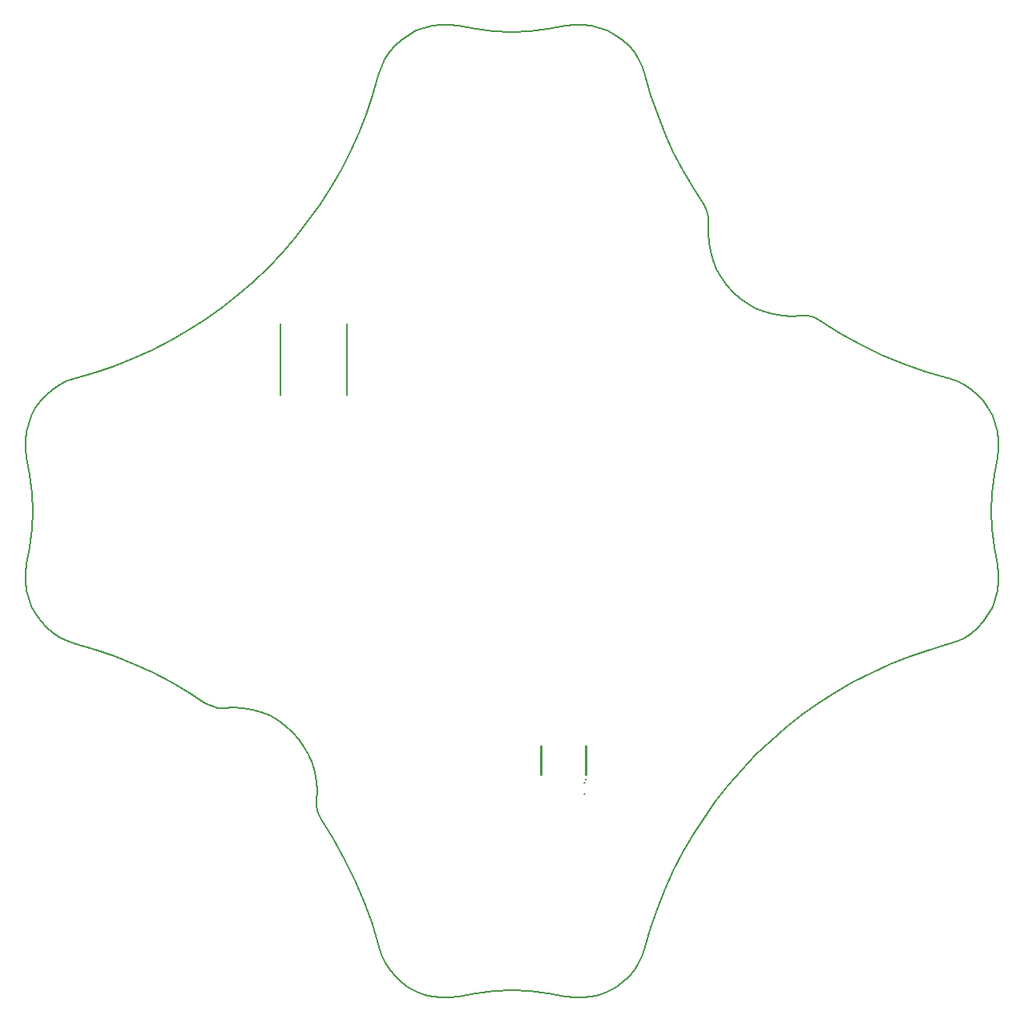
<source format=gbo>
%FSTAX23Y23*%
%MOIN*%
%SFA1B1*%

%IPPOS*%
%ADD10C,0.007870*%
%ADD11C,0.010000*%
%ADD16C,0.008000*%
%ADD109C,0.010000*%
%LNflightcontroller-1*%
%LPD*%
G54D10*
X00887Y00484D02*
Y00779D01*
X01163Y00484D02*
Y00779D01*
X02151Y-01177D02*
X02154D01*
X02151Y-0113D02*
X02154D01*
G54D11*
X02157Y-01095D02*
Y-00977D01*
X01972Y-01095D02*
Y-00977D01*
G54D16*
X02937Y0082D02*
X02976Y00813D01*
X03053Y00813D02*
X03081Y00813D01*
X02864Y00845D02*
X029Y0083D01*
X02937Y0082*
X03081Y00813D02*
X03108Y00806D01*
X03132Y00794*
X03014Y00811D02*
X03053Y00813D01*
X02976Y00813D02*
X03014Y00811D01*
X0272Y00973D02*
X02743Y00941D01*
X02769Y00912*
X02686Y01043D02*
X02701Y01007D01*
X0272Y00973*
X02798Y00886D02*
X0283Y00864D01*
X02864Y00845*
X02769Y00912D02*
X02798Y00886D01*
X0376Y00508D02*
X03787Y00485D01*
X03812Y00459*
X03698Y00543D02*
X0373Y00528D01*
X0376Y00508*
X03849Y00398D02*
X03862Y00365D01*
X03871Y0033*
X03812Y00459D02*
X03832Y0043D01*
X03849Y00398*
X033Y00695D02*
X03388Y00652D01*
X03478Y00615*
X03132Y00794D02*
X03215Y00742D01*
X033Y00695*
X0357Y00582D02*
X03664Y00554D01*
X03698Y00543*
X03478Y00615D02*
X0357Y00582D01*
X0228Y01982D02*
X02309Y01961D01*
X02336Y01937*
X02215Y02012D02*
X02248Y01999D01*
X0228Y01982*
X02378Y01879D02*
X02394Y01847D01*
X02405Y01813*
X02336Y01937D02*
X02359Y0191D01*
X02378Y01879*
X02145Y02024D02*
X0218Y0202D01*
X02215Y02012*
X02109Y02024D02*
X02145Y02024D01*
X02073Y02019D02*
X02109Y02024D01*
X01999Y02006D02*
X02073Y02019D01*
X01925Y01997D02*
X01999Y02006D01*
X0185Y01993D02*
X01925Y01997D01*
X02668Y01224D02*
X02668Y01196D01*
X02666Y01157D02*
X02668Y01196D01*
X02649Y01275D02*
X02662Y0125D01*
X02668Y01224*
X02669Y01118D02*
X02676Y0108D01*
X02686Y01043*
X02666Y01157D02*
X02669Y01118D01*
X02456Y01651D02*
X02487Y01572D01*
X02522Y01495*
X02405Y01813D02*
X02428Y01732D01*
X02456Y01651*
X02561Y0142D02*
X02603Y01346D01*
X02649Y01275*
X02522Y01495D02*
X02561Y0142D01*
X03871Y0033D02*
X03875Y00294D01*
X03874Y00258D02*
X03875Y00294D01*
X03869Y00223D02*
X03874Y00258D01*
X03857Y-00149D02*
X03869Y-00223D01*
X03874Y-00258D02*
X03875Y-00294D01*
X03871Y-0033D02*
X03875Y-00294D01*
X03869Y-00223D02*
X03874Y-00258D01*
X03862Y-00365D02*
X03871Y-0033D01*
X03857Y00149D02*
X03869Y00223D01*
X03848Y00074D02*
X03857Y00149D01*
X03843Y0D02*
X03848Y00074D01*
X03843Y0D02*
X03848Y-00074D01*
X03857Y-00149*
X03849Y-00398D02*
X03862Y-00365D01*
X03832Y-0043D02*
X03849Y-00398D01*
X03812Y-00459D02*
X03832Y-0043D01*
X03787Y-00485D02*
X03812Y-00459D01*
X0376Y-00508D02*
X03787Y-00485D01*
X0373Y-00528D02*
X0376Y-00508D01*
X03698Y-00543D02*
X0373Y-00528D01*
X03664Y-00554D02*
X03698Y-00543D01*
X03582Y-00578D02*
X03664Y-00554D01*
X03502Y-00605D02*
X03582Y-00578D01*
X03423Y-00637D02*
X03502Y-00605D01*
X03346Y-00672D02*
X03423Y-00637D01*
X0327Y-0071D02*
X03346Y-00672D01*
X03197Y-00753D02*
X0327Y-0071D01*
X03125Y-00798D02*
X03197Y-00753D01*
X03056Y-00847D02*
X03125Y-00798D01*
X0299Y-009D02*
X03056Y-00847D01*
X02926Y-00955D02*
X0299Y-009D01*
X02864Y-01014D02*
X02926Y-00955D01*
X02806Y-01075D02*
X02864Y-01014D01*
X0275Y-01139D02*
X02806Y-01075D01*
X02698Y-01206D02*
X0275Y-01139D01*
X02649Y-01275D02*
X02698Y-01206D01*
X02603Y-01346D02*
X02649Y-01275D01*
X02561Y-0142D02*
X02603Y-01346D01*
X02522Y-01495D02*
X02561Y-0142D01*
X02487Y-01573D02*
X02522Y-01495D01*
X02456Y-01651D02*
X02487Y-01573D01*
X02428Y-01732D02*
X02456Y-01651D01*
X02405Y-01813D02*
X02428Y-01732D01*
X02394Y-01847D02*
X02405Y-01813D01*
X02378Y-01879D02*
X02394Y-01847D01*
X02359Y-0191D02*
X02378Y-01879D01*
X02336Y-01937D02*
X02359Y-0191D01*
X02309Y-01961D02*
X02336Y-01937D01*
X0228Y-01982D02*
X02309Y-01961D01*
X02248Y-01999D02*
X0228Y-01982D01*
X02215Y-02012D02*
X02248Y-01999D01*
X01999Y-02006D02*
X02073Y-02019D01*
X0218Y-0202D02*
X02215Y-02012D01*
X0185Y-01993D02*
X01925Y-01997D01*
X01999Y-02006*
X02145Y-02024D02*
X0218Y-0202D01*
X02109Y-02024D02*
X02145Y-02024D01*
X02073Y-02019D02*
X02109Y-02024D01*
X01555Y02024D02*
X01591Y02024D01*
X01627Y02019*
X0152Y0202D02*
X01555Y02024D01*
X01485Y02012D02*
X0152Y0202D01*
X01701Y02006D02*
X01775Y01997D01*
X0185Y01993*
X01627Y02019D02*
X01701Y02006D01*
X01451Y01999D02*
X01485Y02012D01*
X0142Y01982D02*
X01451Y01999D01*
X01391Y01961D02*
X0142Y01982D01*
X01364Y01937D02*
X01391Y01961D01*
X01341Y0191D02*
X01364Y01937D01*
X01322Y01879D02*
X01341Y0191D01*
X01306Y01847D02*
X01322Y01879D01*
X01295Y01813D02*
X01306Y01847D01*
X01271Y01732D02*
X01295Y01813D01*
X01244Y01651D02*
X01271Y01732D01*
X01213Y01573D02*
X01244Y01651D01*
X01178Y01495D02*
X01213Y01573D01*
X01139Y0142D02*
X01178Y01495D01*
X01097Y01346D02*
X01139Y0142D01*
X01051Y01275D02*
X01097Y01346D01*
X01002Y01206D02*
X01051Y01275D01*
X0095Y01139D02*
X01002Y01206D01*
X00894Y01075D02*
X0095Y01139D01*
X00836Y01014D02*
X00894Y01075D01*
X00774Y00955D02*
X00836Y01014D01*
X0071Y009D02*
X00774Y00955D01*
X00643Y00847D02*
X0071Y009D01*
X00574Y00798D02*
X00643Y00847D01*
X00503Y00753D02*
X00574Y00798D01*
X00429Y0071D02*
X00503Y00753D01*
X00354Y00672D02*
X00429Y0071D01*
X00277Y00637D02*
X00354Y00672D01*
X00198Y00605D02*
X00277Y00637D01*
X00118Y00578D02*
X00198Y00605D01*
X00036Y00554D02*
X00118Y00578D01*
X00002Y00543D02*
X00036Y00554D01*
X-00029Y00528D02*
X00002Y00543D01*
X-00059Y00508D02*
X-00029Y00528D01*
X-00087Y00485D02*
X-00059Y00508D01*
X-00111Y00459D02*
X-00087Y00485D01*
X-00132Y0043D02*
X-00111Y00459D01*
X-00149Y00398D02*
X-00132Y0043D01*
X-00161Y00365D02*
X-00149Y00398D01*
X-00147Y00074D02*
X-00143Y0D01*
X-00147Y-00074D02*
X-00143Y0D01*
X-00169Y00223D02*
X-00156Y00149D01*
X-00147Y00074*
X-00156Y-00148D02*
X-00147Y-00074D01*
X-00168Y-00221D02*
X-00156Y-00148D01*
X-0017Y-00328D02*
X-00161Y-00363D01*
X-0017Y0033D02*
X-00161Y00365D01*
X-00174Y00258D02*
X-00169Y00223D01*
X-00174Y00294D02*
X-0017Y0033D01*
X-00174Y00294D02*
X-00174Y00258D01*
X-00173Y-00257D02*
X-00168Y-00221D01*
X-00174Y-00293D02*
X-0017Y-00328D01*
X-00174Y-00293D02*
X-00173Y-00257D01*
X01108Y-01364D02*
X01155Y-0145D01*
X01198Y-01537*
X01043Y-01257D02*
X01056Y-01282D01*
X01108Y-01364*
X01269Y-01719D02*
X01297Y-01813D01*
X01308Y-01847*
X01198Y-01537D02*
X01236Y-01628D01*
X01269Y-01719*
X0103Y-01087D02*
X01036Y-01125D01*
X01039Y-01164*
X01004Y-01013D02*
X01019Y-01049D01*
X0103Y-01087*
X01036Y-01203D02*
X01039Y-01164D01*
X01036Y-0123D02*
X01043Y-01257D01*
X01036Y-01203D02*
X01036Y-0123D01*
X01776Y-01997D02*
X0185Y-01993D01*
X01702Y-02006D02*
X01776Y-01997D01*
X01628Y-02019D02*
X01702Y-02006D01*
X01487Y-02012D02*
X01521Y-0202D01*
X01593Y-02024D02*
X01628Y-02019D01*
X01557Y-02024D02*
X01593Y-02024D01*
X01521Y-0202D02*
X01557Y-02024D01*
X01343Y-01909D02*
X01366Y-01937D01*
X01392Y-01961*
X01308Y-01847D02*
X01323Y-01879D01*
X01343Y-01909*
X01422Y-01982D02*
X01453Y-01999D01*
X01487Y-02012*
X01392Y-01961D02*
X01422Y-01982D01*
X00118Y-00577D02*
X00198Y-00604D01*
X00277Y-00636*
X00002Y-00541D02*
X00036Y-00553D01*
X00118Y-00577*
X0043Y-0071D02*
X00503Y-00753D01*
X00575Y-00798*
X00277Y-00636D02*
X00354Y-00671D01*
X0043Y-0071*
X-00131Y-00428D02*
X-00111Y-00457D01*
X-00086Y-00483*
X-00161Y-00363D02*
X-00148Y-00396D01*
X-00131Y-00428*
X-00059Y-00506D02*
X-00029Y-00526D01*
X00002Y-00541*
X-00086Y-00483D02*
X-00059Y-00506D01*
X00877Y-0087D02*
X00908Y-00893D01*
X00937Y-00919*
X00807Y-00836D02*
X00843Y-00851D01*
X00877Y-0087*
X00963Y-00948D02*
X00985Y-00979D01*
X01004Y-01013*
X00937Y-00919D02*
X00963Y-00948D01*
X00653Y-00818D02*
X00692Y-00816D01*
X00626Y-00818D02*
X00653Y-00818D01*
X00575Y-00798D02*
X00599Y-00811D01*
X00626Y-00818*
X00731Y-00818D02*
X00769Y-00825D01*
X00807Y-00836*
X00692Y-00816D02*
X00731Y-00818D01*
G54D109*
X02156Y-01116D03*
M02*
</source>
